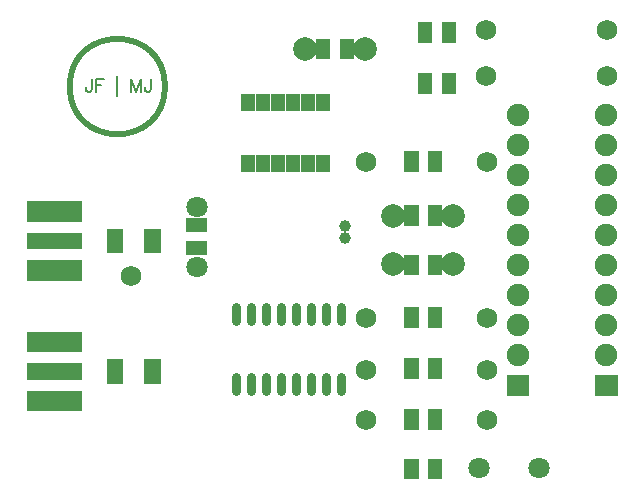
<source format=gts>
G04 Layer: TopSolderMaskLayer*
G04 EasyEDA v6.4.5, 2020-09-10T22:57:59+08:00*
G04 36a55f9fcc144517bb6f4fc5ac697fe8,26442c311dbe4305b3cc573dcfb82818,10*
G04 Gerber Generator version 0.2*
G04 Scale: 100 percent, Rotated: No, Reflected: No *
G04 Dimensions in millimeters *
G04 leading zeros omitted , absolute positions ,3 integer and 3 decimal *
%FSLAX33Y33*%
%MOMM*%
G90*
G71D02*

%ADD12C,0.499999*%
%ADD32C,0.152400*%
%ADD33C,0.803199*%
%ADD34C,1.727200*%
%ADD36C,1.003198*%
%ADD37C,1.803197*%
%ADD39C,1.903197*%
%ADD45C,2.003196*%

%LPD*%
G54D33*
G01X27559Y18373D02*
G01X27559Y19573D01*
G01X26289Y18373D02*
G01X26289Y19573D01*
G01X25019Y18373D02*
G01X25019Y19573D01*
G01X23749Y18373D02*
G01X23749Y19573D01*
G01X22479Y18373D02*
G01X22479Y19573D01*
G01X21209Y18373D02*
G01X21209Y19573D01*
G01X19939Y18373D02*
G01X19939Y19573D01*
G01X18669Y18373D02*
G01X18669Y19573D01*
G01X27559Y12430D02*
G01X27559Y13630D01*
G01X26289Y12430D02*
G01X26289Y13630D01*
G01X25019Y12430D02*
G01X25019Y13630D01*
G01X23749Y12430D02*
G01X23749Y13630D01*
G01X22479Y12430D02*
G01X22479Y13630D01*
G01X21209Y12430D02*
G01X21209Y13630D01*
G01X19939Y12430D02*
G01X19939Y13630D01*
G01X18669Y12430D02*
G01X18669Y13630D01*
G54D32*
G01X6489Y38872D02*
G01X6489Y38041D01*
G01X6436Y37884D01*
G01X6385Y37833D01*
G01X6281Y37782D01*
G01X6177Y37782D01*
G01X6073Y37833D01*
G01X6019Y37884D01*
G01X5969Y38041D01*
G01X5969Y38145D01*
G01X6832Y38872D02*
G01X6832Y37782D01*
G01X6832Y38872D02*
G01X7505Y38872D01*
G01X6832Y38354D02*
G01X7246Y38354D01*
G01X8648Y39080D02*
G01X8648Y37416D01*
G01X9791Y38872D02*
G01X9791Y37782D01*
G01X9791Y38872D02*
G01X10208Y37782D01*
G01X10624Y38872D02*
G01X10208Y37782D01*
G01X10624Y38872D02*
G01X10624Y37782D01*
G01X11485Y38872D02*
G01X11485Y38041D01*
G01X11435Y37884D01*
G01X11381Y37833D01*
G01X11277Y37782D01*
G01X11176Y37782D01*
G01X11071Y37833D01*
G01X11018Y37884D01*
G01X10967Y38041D01*
G01X10967Y38145D01*
G54D34*
G01X9779Y22225D03*
G36*
G01X32941Y31000D02*
G01X32941Y32753D01*
G01X34145Y32753D01*
G01X34145Y31000D01*
G01X32941Y31000D01*
G37*
G36*
G01X34942Y31000D02*
G01X34942Y32753D01*
G01X36146Y32753D01*
G01X36146Y31000D01*
G01X34942Y31000D01*
G37*
G54D36*
G01X27940Y26407D03*
G01X27940Y25407D03*
G54D34*
G01X29647Y31877D03*
G01X39948Y31877D03*
G36*
G01X34112Y41932D02*
G01X34112Y43685D01*
G01X35316Y43685D01*
G01X35316Y41932D01*
G01X34112Y41932D01*
G37*
G36*
G01X36113Y41932D02*
G01X36113Y43685D01*
G01X37317Y43685D01*
G01X37317Y41932D01*
G01X36113Y41932D01*
G37*
G36*
G01X34084Y37604D02*
G01X34084Y39357D01*
G01X35288Y39357D01*
G01X35288Y37604D01*
G01X34084Y37604D01*
G37*
G36*
G01X36085Y37604D02*
G01X36085Y39357D01*
G01X37289Y39357D01*
G01X37289Y37604D01*
G01X36085Y37604D01*
G37*
G36*
G01X34942Y17792D02*
G01X34942Y19545D01*
G01X36146Y19545D01*
G01X36146Y17792D01*
G01X34942Y17792D01*
G37*
G36*
G01X32941Y17792D02*
G01X32941Y19545D01*
G01X34145Y19545D01*
G01X34145Y17792D01*
G01X32941Y17792D01*
G37*
G36*
G01X34942Y13474D02*
G01X34942Y15227D01*
G01X36146Y15227D01*
G01X36146Y13474D01*
G01X34942Y13474D01*
G37*
G36*
G01X32941Y13474D02*
G01X32941Y15227D01*
G01X34145Y15227D01*
G01X34145Y13474D01*
G01X32941Y13474D01*
G37*
G36*
G01X34942Y9156D02*
G01X34942Y10909D01*
G01X36146Y10909D01*
G01X36146Y9156D01*
G01X34942Y9156D01*
G37*
G36*
G01X32941Y9156D02*
G01X32941Y10909D01*
G01X34145Y10909D01*
G01X34145Y9156D01*
G01X32941Y9156D01*
G37*
G54D37*
G01X15367Y22987D03*
G01X15367Y28067D03*
G36*
G01X32941Y4965D02*
G01X32941Y6718D01*
G01X34145Y6718D01*
G01X34145Y4965D01*
G01X32941Y4965D01*
G37*
G36*
G01X34942Y4965D02*
G01X34942Y6718D01*
G01X36146Y6718D01*
G01X36146Y4965D01*
G01X34942Y4965D01*
G37*
G36*
G01X27449Y40525D02*
G01X27449Y42278D01*
G01X28653Y42278D01*
G01X28653Y40525D01*
G01X27449Y40525D01*
G37*
G36*
G01X25448Y40525D02*
G01X25448Y42278D01*
G01X26652Y42278D01*
G01X26652Y40525D01*
G01X25448Y40525D01*
G37*
G36*
G01X10932Y24094D02*
G01X10932Y26197D01*
G01X12334Y26197D01*
G01X12334Y24094D01*
G01X10932Y24094D01*
G37*
G36*
G01X7731Y24094D02*
G01X7731Y26197D01*
G01X9133Y26197D01*
G01X9133Y24094D01*
G01X7731Y24094D01*
G37*
G36*
G01X10932Y13045D02*
G01X10932Y15148D01*
G01X12334Y15148D01*
G01X12334Y13045D01*
G01X10932Y13045D01*
G37*
G36*
G01X7731Y13045D02*
G01X7731Y15148D01*
G01X9133Y15148D01*
G01X9133Y13045D01*
G01X7731Y13045D01*
G37*
G54D39*
G01X42545Y35814D03*
G01X42545Y33274D03*
G01X42545Y30734D03*
G01X42545Y28194D03*
G01X42545Y25654D03*
G01X42545Y23114D03*
G01X42545Y20574D03*
G01X42545Y18034D03*
G01X42545Y15494D03*
G36*
G01X41592Y12065D02*
G01X41592Y13843D01*
G01X43497Y13843D01*
G01X43497Y12065D01*
G01X41592Y12065D01*
G37*
G01X50038Y35814D03*
G01X50038Y33274D03*
G01X50038Y30734D03*
G01X50038Y28194D03*
G01X50038Y25654D03*
G01X50038Y23114D03*
G01X50038Y20574D03*
G01X50038Y18034D03*
G01X50038Y15494D03*
G36*
G01X49085Y12065D02*
G01X49085Y13843D01*
G01X50990Y13843D01*
G01X50990Y12065D01*
G01X49085Y12065D01*
G37*
G36*
G01X952Y24447D02*
G01X952Y25844D01*
G01X5651Y25844D01*
G01X5651Y24447D01*
G01X952Y24447D01*
G37*
G36*
G01X952Y21793D02*
G01X952Y23520D01*
G01X5651Y23520D01*
G01X5651Y21793D01*
G01X952Y21793D01*
G37*
G36*
G01X952Y26771D02*
G01X952Y28498D01*
G01X5651Y28498D01*
G01X5651Y26771D01*
G01X952Y26771D01*
G37*
G36*
G01X952Y13398D02*
G01X952Y14795D01*
G01X5651Y14795D01*
G01X5651Y13398D01*
G01X952Y13398D01*
G37*
G36*
G01X952Y10744D02*
G01X952Y12471D01*
G01X5651Y12471D01*
G01X5651Y10744D01*
G01X952Y10744D01*
G37*
G36*
G01X952Y15722D02*
G01X952Y17449D01*
G01X5651Y17449D01*
G01X5651Y15722D01*
G01X952Y15722D01*
G37*
G54D37*
G01X39243Y5969D03*
G01X44323Y5969D03*
G36*
G01X14490Y25925D02*
G01X14490Y27129D01*
G01X16243Y27129D01*
G01X16243Y25925D01*
G01X14490Y25925D01*
G37*
G36*
G01X14490Y23924D02*
G01X14490Y25128D01*
G01X16243Y25128D01*
G01X16243Y23924D01*
G01X14490Y23924D01*
G37*
G36*
G01X34942Y22237D02*
G01X34942Y23990D01*
G01X36146Y23990D01*
G01X36146Y22237D01*
G01X34942Y22237D01*
G37*
G36*
G01X32941Y22237D02*
G01X32941Y23990D01*
G01X34145Y23990D01*
G01X34145Y22237D01*
G01X32941Y22237D01*
G37*
G36*
G01X34942Y26428D02*
G01X34942Y28181D01*
G01X36146Y28181D01*
G01X36146Y26428D01*
G01X34942Y26428D01*
G37*
G36*
G01X32941Y26428D02*
G01X32941Y28181D01*
G01X34145Y28181D01*
G01X34145Y26428D01*
G01X32941Y26428D01*
G37*
G36*
G01X19065Y30988D02*
G01X19065Y32392D01*
G01X19669Y32392D01*
G01X19669Y30988D01*
G01X19065Y30988D01*
G37*
G36*
G01X19700Y30988D02*
G01X19700Y32392D01*
G01X20304Y32392D01*
G01X20304Y30988D01*
G01X19700Y30988D01*
G37*
G36*
G01X20335Y30988D02*
G01X20335Y32392D01*
G01X20939Y32392D01*
G01X20939Y30988D01*
G01X20335Y30988D01*
G37*
G36*
G01X20970Y30988D02*
G01X20970Y32392D01*
G01X21574Y32392D01*
G01X21574Y30988D01*
G01X20970Y30988D01*
G37*
G36*
G01X21605Y30988D02*
G01X21605Y32392D01*
G01X22209Y32392D01*
G01X22209Y30988D01*
G01X21605Y30988D01*
G37*
G36*
G01X22240Y30988D02*
G01X22240Y32392D01*
G01X22844Y32392D01*
G01X22844Y30988D01*
G01X22240Y30988D01*
G37*
G36*
G01X22875Y30988D02*
G01X22875Y32392D01*
G01X23479Y32392D01*
G01X23479Y30988D01*
G01X22875Y30988D01*
G37*
G36*
G01X23510Y30988D02*
G01X23510Y32392D01*
G01X24114Y32392D01*
G01X24114Y30988D01*
G01X23510Y30988D01*
G37*
G36*
G01X24145Y30988D02*
G01X24145Y32392D01*
G01X24749Y32392D01*
G01X24749Y30988D01*
G01X24145Y30988D01*
G37*
G36*
G01X24780Y30988D02*
G01X24780Y32392D01*
G01X25384Y32392D01*
G01X25384Y30988D01*
G01X24780Y30988D01*
G37*
G36*
G01X25415Y30988D02*
G01X25415Y32392D01*
G01X26019Y32392D01*
G01X26019Y30988D01*
G01X25415Y30988D01*
G37*
G36*
G01X26050Y30988D02*
G01X26050Y32392D01*
G01X26654Y32392D01*
G01X26654Y30988D01*
G01X26050Y30988D01*
G37*
G36*
G01X26050Y36187D02*
G01X26050Y37592D01*
G01X26654Y37592D01*
G01X26654Y36187D01*
G01X26050Y36187D01*
G37*
G36*
G01X25415Y36187D02*
G01X25415Y37592D01*
G01X26019Y37592D01*
G01X26019Y36187D01*
G01X25415Y36187D01*
G37*
G36*
G01X24780Y36187D02*
G01X24780Y37592D01*
G01X25384Y37592D01*
G01X25384Y36187D01*
G01X24780Y36187D01*
G37*
G36*
G01X24145Y36187D02*
G01X24145Y37592D01*
G01X24749Y37592D01*
G01X24749Y36187D01*
G01X24145Y36187D01*
G37*
G36*
G01X23510Y36187D02*
G01X23510Y37592D01*
G01X24114Y37592D01*
G01X24114Y36187D01*
G01X23510Y36187D01*
G37*
G36*
G01X22875Y36187D02*
G01X22875Y37592D01*
G01X23479Y37592D01*
G01X23479Y36187D01*
G01X22875Y36187D01*
G37*
G36*
G01X22240Y36187D02*
G01X22240Y37592D01*
G01X22844Y37592D01*
G01X22844Y36187D01*
G01X22240Y36187D01*
G37*
G36*
G01X21605Y36187D02*
G01X21605Y37592D01*
G01X22209Y37592D01*
G01X22209Y36187D01*
G01X21605Y36187D01*
G37*
G36*
G01X20970Y36187D02*
G01X20970Y37592D01*
G01X21574Y37592D01*
G01X21574Y36187D01*
G01X20970Y36187D01*
G37*
G36*
G01X20335Y36187D02*
G01X20335Y37592D01*
G01X20939Y37592D01*
G01X20939Y36187D01*
G01X20335Y36187D01*
G37*
G36*
G01X19700Y36187D02*
G01X19700Y37592D01*
G01X20304Y37592D01*
G01X20304Y36187D01*
G01X19700Y36187D01*
G37*
G36*
G01X19065Y36187D02*
G01X19065Y37592D01*
G01X19669Y37592D01*
G01X19669Y36187D01*
G01X19065Y36187D01*
G37*
G54D45*
G01X32004Y27305D03*
G01X37084Y27305D03*
G01X32004Y23241D03*
G01X37084Y23241D03*
G01X29591Y41402D03*
G01X24511Y41402D03*
G54D34*
G01X39807Y43053D03*
G01X50108Y43053D03*
G01X39807Y39116D03*
G01X50108Y39116D03*
G01X39948Y18669D03*
G01X29647Y18669D03*
G01X39948Y14224D03*
G01X29647Y14224D03*
G01X39948Y10033D03*
G01X29647Y10033D03*
G54D12*
G75*
G01X12672Y38227D02*
G03X12672Y38227I-4036J0D01*
G01*
M00*
M02*

</source>
